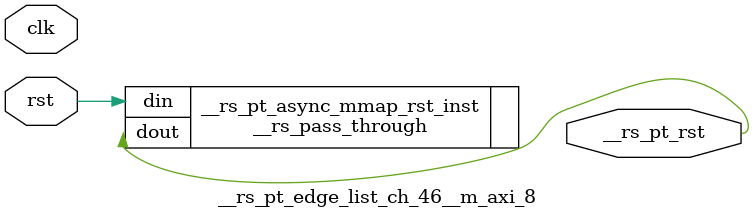
<source format=v>
`timescale 1 ns / 1 ps
/**   Generated by RapidStream   **/
module __rs_pt_edge_list_ch_46__m_axi_8 #(
    parameter BufferSize         = 32,
    parameter BufferSizeLog      = 5,
    parameter AddrWidth          = 64,
    parameter AxiSideAddrWidth   = 64,
    parameter DataWidth          = 512,
    parameter DataWidthBytesLog  = 6,
    parameter WaitTimeWidth      = 4,
    parameter BurstLenWidth      = 8,
    parameter EnableReadChannel  = 1,
    parameter EnableWriteChannel = 1,
    parameter MaxWaitTime        = 3,
    parameter MaxBurstLen        = 15
) (
    output wire __rs_pt_rst,
    input wire  clk,
    input wire  rst
);




__rs_pass_through #(
    .WIDTH (1)
) __rs_pt_async_mmap_rst_inst /**   Generated by RapidStream   **/ (
    .din  (rst),
    .dout (__rs_pt_rst)
);

endmodule  // __rs_pt_edge_list_ch_46__m_axi_8
</source>
